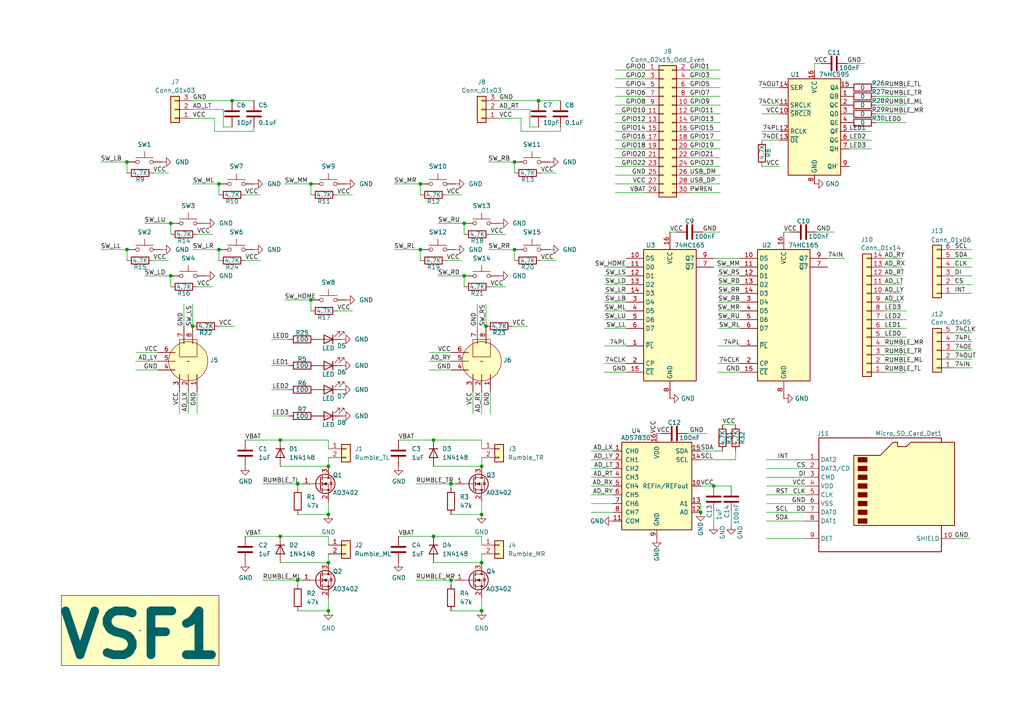
<source format=kicad_sch>
(kicad_sch (version 20231120) (generator "eeschema") (generator_version "8.0")
  (paper "A4")
  (lib_symbols
    (symbol "74xx:74HC165"
      (property "Reference" "U" (at -7.62 19.05 0))
      (property "Value" "74HC165" (at -7.62 -21.59 0))
      (symbol "74HC165_1_0"
        (pin input line (at -12.7 -10.16 0) (length 5.08) (name "~{PL}") (number "1"))
        (pin input line (at -12.7 15.24 0) (length 5.08) (name "DS") (number "10"))
        (pin input line (at -12.7 12.7 0) (length 5.08) (name "D0") (number "11"))
        (pin input line (at -12.7 10.16 0) (length 5.08) (name "D1") (number "12"))
        (pin input line (at -12.7 7.62 0) (length 5.08) (name "D2") (number "13"))
        (pin input line (at -12.7 5.08 0) (length 5.08) (name "D3") (number "14"))
        (pin input line (at -12.7 -17.78 0) (length 5.08) (name "~{CE}") (number "15"))
        (pin power_in line (at 0 22.86 270) (length 5.08) (name "VCC") (number "16"))
        (pin input line (at -12.7 -15.24 0) (length 5.08) (name "CP") (number "2"))
        (pin input line (at -12.7 2.54 0) (length 5.08) (name "D4") (number "3"))
        (pin input line (at -12.7 0 0) (length 5.08) (name "D5") (number "4"))
        (pin input line (at -12.7 -2.54 0) (length 5.08) (name "D6") (number "5"))
        (pin input line (at -12.7 -5.08 0) (length 5.08) (name "D7") (number "6"))
        (pin output line (at 12.7 12.7 180) (length 5.08) (name "~{Q7}") (number "7"))
        (pin power_in line (at 0 -25.4 90) (length 5.08) (name "GND") (number "8"))
        (pin output line (at 12.7 15.24 180) (length 5.08) (name "Q7") (number "9"))
      )
    )
    (symbol "74xx:74HC595"
      (property "Reference" "U" (at -7.62 13.97 0))
      (property "Value" "74HC595" (at -7.62 -16.51 0))
      (symbol "74HC595_1_0"
        (pin tri_state line (at 10.16 7.62 180) (length 2.54) (name "QB") (number "1"))
        (pin input line (at -10.16 2.54 0) (length 2.54) (name "~{SRCLR}") (number "10"))
        (pin input line (at -10.16 5.08 0) (length 2.54) (name "SRCLK") (number "11"))
        (pin input line (at -10.16 -2.54 0) (length 2.54) (name "RCLK") (number "12"))
        (pin input line (at -10.16 -5.08 0) (length 2.54) (name "~{OE}") (number "13"))
        (pin input line (at -10.16 10.16 0) (length 2.54) (name "SER") (number "14"))
        (pin tri_state line (at 10.16 10.16 180) (length 2.54) (name "QA") (number "15"))
        (pin power_in line (at 0 15.24 270) (length 2.54) (name "VCC") (number "16"))
        (pin tri_state line (at 10.16 5.08 180) (length 2.54) (name "QC") (number "2"))
        (pin tri_state line (at 10.16 2.54 180) (length 2.54) (name "QD") (number "3"))
        (pin tri_state line (at 10.16 0 180) (length 2.54) (name "QE") (number "4"))
        (pin tri_state line (at 10.16 -2.54 180) (length 2.54) (name "QF") (number "5"))
        (pin tri_state line (at 10.16 -5.08 180) (length 2.54) (name "QG") (number "6"))
        (pin tri_state line (at 10.16 -7.62 180) (length 2.54) (name "QH") (number "7"))
        (pin power_in line (at 0 -17.78 90) (length 2.54) (name "GND") (number "8"))
        (pin output line (at 10.16 -12.7 180) (length 2.54) (name "QH'") (number "9"))
      )
    )
    (symbol "Analog_DAC:ADS7830" (pin_names (offset 1.016))
      (property "Reference" "U" (at -10.16 13.716 0))
      (property "Value" "ADS7830" (at 1.778 13.716 0))
      (symbol "ADS7830_1_1"
        (pin input line (at -12.7 10.16 0) (length 2.54) (name "CH0") (number "1"))
        (pin bidirectional line (at 12.7 0 180) (length 2.54) (name "REFin/REFout") (number "10"))
        (pin input line (at -12.7 -10.16 0) (length 2.54) (name "COM") (number "11"))
        (pin input line (at 12.7 -7.62 180) (length 2.54) (name "A0") (number "12"))
        (pin input line (at 12.7 -5.08 180) (length 2.54) (name "A1") (number "13"))
        (pin input line (at 12.7 7.62 180) (length 2.54) (name "SCL") (number "14"))
        (pin bidirectional line (at 12.7 10.16 180) (length 2.54) (name "SDA") (number "15"))
        (pin power_in line (at 0 15.24 270) (length 2.54) (name "VDD") (number "16"))
        (pin input line (at -12.7 7.62 0) (length 2.54) (name "CH1") (number "2"))
        (pin input line (at -12.7 5.08 0) (length 2.54) (name "CH2") (number "3"))
        (pin input line (at -12.7 2.54 0) (length 2.54) (name "CH3") (number "4"))
        (pin input line (at -12.7 0 0) (length 2.54) (name "CH4") (number "5"))
        (pin input line (at -12.7 -2.54 0) (length 2.54) (name "CH5") (number "6"))
        (pin input line (at -12.7 -5.08 0) (length 2.54) (name "CH6") (number "7"))
        (pin input line (at -12.7 -7.62 0) (length 2.54) (name "CH7") (number "8"))
        (pin power_in line (at 0 -15.24 90) (length 2.54) (name "GND") (number "9"))
      )
    )
    (symbol "Connector:Micro_SD_Card_Det1"
      (property "Reference" "J" (at -16.51 17.78 0))
      (property "Value" "Micro_SD_Card_Det1" (at 16.51 17.78 0))
      (symbol "Micro_SD_Card_Det1_1_1"
        (pin bidirectional line (at -22.86 10.16 0) (length 3.81) (name "DAT2") (number "1"))
        (pin passive line (at 20.32 -12.7 180) (length 3.81) (name "SHIELD") (number "10"))
        (pin bidirectional line (at -22.86 7.62 0) (length 3.81) (name "DAT3/CD") (number "2"))
        (pin input line (at -22.86 5.08 0) (length 3.81) (name "CMD") (number "3"))
        (pin power_in line (at -22.86 2.54 0) (length 3.81) (name "VDD") (number "4"))
        (pin input line (at -22.86 0 0) (length 3.81) (name "CLK") (number "5"))
        (pin power_in line (at -22.86 -2.54 0) (length 3.81) (name "VSS") (number "6"))
        (pin bidirectional line (at -22.86 -5.08 0) (length 3.81) (name "DAT0") (number "7"))
        (pin bidirectional line (at -22.86 -7.62 0) (length 3.81) (name "DAT1") (number "8"))
        (pin passive line (at -22.86 -12.7 0) (length 3.81) (name "DET") (number "9"))
      )
    )
    (symbol "Connector_Generic:Conn_01x02" (pin_names (offset 1.016) hide)
      (property "Reference" "J" (at 0 2.54 0))
      (property "Value" "Conn_01x02" (at 0 -5.08 0))
      (symbol "Conn_01x02_1_1"
        (pin passive line (at -5.08 0 0) (length 3.81) (name "Pin_1") (number "1"))
        (pin passive line (at -5.08 -2.54 0) (length 3.81) (name "Pin_2") (number "2"))
      )
    )
    (symbol "Connector_Generic:Conn_01x03" (pin_names (offset 1.016) hide)
      (property "Reference" "J" (at 0 5.08 0))
      (property "Value" "Conn_01x03" (at 0 -5.08 0))
      (symbol "Conn_01x03_1_1"
        (pin passive line (at -5.08 2.54 0) (length 3.81) (name "Pin_1") (number "1"))
        (pin passive line (at -5.08 0 0) (length 3.81) (name "Pin_2") (number "2"))
        (pin passive line (at -5.08 -2.54 0) (length 3.81) (name "Pin_3") (number "3"))
      )
    )
    (symbol "Connector_Generic:Conn_01x05" (pin_names (offset 1.016) hide)
      (property "Reference" "J" (at 0 7.62 0))
      (property "Value" "Conn_01x05" (at 0 -7.62 0))
      (symbol "Conn_01x05_1_1"
        (pin passive line (at -5.08 5.08 0) (length 3.81) (name "Pin_1") (number "1"))
        (pin passive line (at -5.08 2.54 0) (length 3.81) (name "Pin_2") (number "2"))
        (pin passive line (at -5.08 0 0) (length 3.81) (name "Pin_3") (number "3"))
        (pin passive line (at -5.08 -2.54 0) (length 3.81) (name "Pin_4") (number "4"))
        (pin passive line (at -5.08 -5.08 0) (length 3.81) (name "Pin_5") (number "5"))
      )
    )
    (symbol "Connector_Generic:Conn_01x06" (pin_names (offset 1.016) hide)
      (property "Reference" "J" (at 0 7.62 0))
      (property "Value" "Conn_01x06" (at 0 -10.16 0))
      (symbol "Conn_01x06_1_1"
        (pin passive line (at -5.08 5.08 0) (length 3.81) (name "Pin_1") (number "1"))
        (pin passive line (at -5.08 2.54 0) (length 3.81) (name "Pin_2") (number "2"))
        (pin passive line (at -5.08 0 0) (length 3.81) (name "Pin_3") (number "3"))
        (pin passive line (at -5.08 -2.54 0) (length 3.81) (name "Pin_4") (number "4"))
        (pin passive line (at -5.08 -5.08 0) (length 3.81) (name "Pin_5") (number "5"))
        (pin passive line (at -5.08 -7.62 0) (length 3.81) (name "Pin_6") (number "6"))
      )
    )
    (symbol "Connector_Generic:Conn_01x14" (pin_names (offset 1.016) hide)
      (property "Reference" "J" (at 0 17.78 0))
      (property "Value" "Conn_01x14" (at 0 -20.32 0))
      (symbol "Conn_01x14_1_1"
        (pin passive line (at -5.08 15.24 0) (length 3.81) (name "Pin_1") (number "1"))
        (pin passive line (at -5.08 -7.62 0) (length 3.81) (name "Pin_10") (number "10"))
        (pin passive line (at -5.08 -10.16 0) (length 3.81) (name "Pin_11") (number "11"))
        (pin passive line (at -5.08 -12.7 0) (length 3.81) (name "Pin_12") (number "12"))
        (pin passive line (at -5.08 -15.24 0) (length 3.81) (name "Pin_13") (number "13"))
        (pin passive line (at -5.08 -17.78 0) (length 3.81) (name "Pin_14") (number "14"))
        (pin passive line (at -5.08 12.7 0) (length 3.81) (name "Pin_2") (number "2"))
        (pin passive line (at -5.08 10.16 0) (length 3.81) (name "Pin_3") (number "3"))
        (pin passive line (at -5.08 7.62 0) (length 3.81) (name "Pin_4") (number "4"))
        (pin passive line (at -5.08 5.08 0) (length 3.81) (name "Pin_5") (number "5"))
        (pin passive line (at -5.08 2.54 0) (length 3.81) (name "Pin_6") (number "6"))
        (pin passive line (at -5.08 0 0) (length 3.81) (name "Pin_7") (number "7"))
        (pin passive line (at -5.08 -2.54 0) (length 3.81) (name "Pin_8") (number "8"))
        (pin passive line (at -5.08 -5.08 0) (length 3.81) (name "Pin_9") (number "9"))
      )
    )
    (symbol "Connector_Generic:Conn_02x15_Odd_Even" (pin_names (offset 1.016) hide)
      (property "Reference" "J" (at 1.27 20.32 0))
      (property "Value" "Conn_02x15_Odd_Even" (at 1.27 -20.32 0))
      (symbol "Conn_02x15_Odd_Even_1_1"
        (pin passive line (at -5.08 17.78 0) (length 3.81) (name "Pin_1") (number "1"))
        (pin passive line (at 7.62 7.62 180) (length 3.81) (name "Pin_10") (number "10"))
        (pin passive line (at -5.08 5.08 0) (length 3.81) (name "Pin_11") (number "11"))
        (pin passive line (at 7.62 5.08 180) (length 3.81) (name "Pin_12") (number "12"))
        (pin passive line (at -5.08 2.54 0) (length 3.81) (name "Pin_13") (number "13"))
        (pin passive line (at 7.62 2.54 180) (length 3.81) (name "Pin_14") (number "14"))
        (pin passive line (at -5.08 0 0) (length 3.81) (name "Pin_15") (number "15"))
        (pin passive line (at 7.62 0 180) (length 3.81) (name "Pin_16") (number "16"))
        (pin passive line (at -5.08 -2.54 0) (length 3.81) (name "Pin_17") (number "17"))
        (pin passive line (at 7.62 -2.54 180) (length 3.81) (name "Pin_18") (number "18"))
        (pin passive line (at -5.08 -5.08 0) (length 3.81) (name "Pin_19") (number "19"))
        (pin passive line (at 7.62 17.78 180) (length 3.81) (name "Pin_2") (number "2"))
        (pin passive line (at 7.62 -5.08 180) (length 3.81) (name "Pin_20") (number "20"))
        (pin passive line (at -5.08 -7.62 0) (length 3.81) (name "Pin_21") (number "21"))
        (pin passive line (at 7.62 -7.62 180) (length 3.81) (name "Pin_22") (number "22"))
        (pin passive line (at -5.08 -10.16 0) (length 3.81) (name "Pin_23") (number "23"))
        (pin passive line (at 7.62 -10.16 180) (length 3.81) (name "Pin_24") (number "24"))
        (pin passive line (at -5.08 -12.7 0) (length 3.81) (name "Pin_25") (number "25"))
        (pin passive line (at 7.62 -12.7 180) (length 3.81) (name "Pin_26") (number "26"))
        (pin passive line (at -5.08 -15.24 0) (length 3.81) (name "Pin_27") (number "27"))
        (pin passive line (at 7.62 -15.24 180) (length 3.81) (name "Pin_28") (number "28"))
        (pin passive line (at -5.08 -17.78 0) (length 3.81) (name "Pin_29") (number "29"))
        (pin passive line (at -5.08 15.24 0) (length 3.81) (name "Pin_3") (number "3"))
        (pin passive line (at 7.62 -17.78 180) (length 3.81) (name "Pin_30") (number "30"))
        (pin passive line (at 7.62 15.24 180) (length 3.81) (name "Pin_4") (number "4"))
        (pin passive line (at -5.08 12.7 0) (length 3.81) (name "Pin_5") (number "5"))
        (pin passive line (at 7.62 12.7 180) (length 3.81) (name "Pin_6") (number "6"))
        (pin passive line (at -5.08 10.16 0) (length 3.81) (name "Pin_7") (number "7"))
        (pin passive line (at 7.62 10.16 180) (length 3.81) (name "Pin_8") (number "8"))
        (pin passive line (at -5.08 7.62 0) (length 3.81) (name "Pin_9") (number "9"))
      )
    )
    (symbol "Device:C" (pin_numbers hide) (pin_names (offset 0.254))
      (property "Reference" "C" (at 0.635 2.54 0))
      (property "Value" "C" (at 0.635 -2.54 0))
      (symbol "C_1_1"
        (pin passive line (at 0 3.81 270) (length 2.794) (name "~") (number "1"))
        (pin passive line (at 0 -3.81 90) (length 2.794) (name "~") (number "2"))
      )
    )
    (symbol "Device:D" (pin_numbers hide) (pin_names (offset 1.016) hide)
      (property "Reference" "D" (at 0 2.54 0))
      (property "Value" "D" (at 0 -2.54 0))
      (symbol "D_1_1"
        (pin passive line (at -3.81 0 0) (length 2.54) (name "K") (number "1"))
        (pin passive line (at 3.81 0 180) (length 2.54) (name "A") (number "2"))
      )
    )
    (symbol "Device:LED" (pin_numbers hide) (pin_names (offset 1.016) hide)
      (property "Reference" "D" (at 0 2.54 0))
      (property "Value" "LED" (at 0 -2.54 0))
      (symbol "LED_1_1"
        (pin passive line (at -3.81 0 0) (length 2.54) (name "K") (number "1"))
        (pin passive line (at 3.81 0 180) (length 2.54) (name "A") (number "2"))
      )
    )
    (symbol "Device:Q_NMOS_GSD" (pin_names (offset 0) hide)
      (property "Reference" "Q" (at 5.08 1.27 0))
      (property "Value" "Q_NMOS_GSD" (at 5.08 -1.27 0))
      (symbol "Q_NMOS_GSD_1_1"
        (pin input line (at -5.08 0 0) (length 2.54) (name "G") (number "1"))
        (pin passive line (at 2.54 -5.08 90) (length 2.54) (name "S") (number "2"))
        (pin passive line (at 2.54 5.08 270) (length 2.54) (name "D") (number "3"))
      )
    )
    (symbol "Device:R" (pin_numbers hide) (pin_names (offset 0))
      (property "Reference" "R" (at 2.032 0 90))
      (property "Value" "R" (at 0 0 90))
      (symbol "R_1_1"
        (pin passive line (at 0 3.81 270) (length 1.27) (name "~") (number "1"))
        (pin passive line (at 0 -3.81 90) (length 1.27) (name "~") (number "2"))
      )
    )
    (symbol "GND_1" (power) (pin_names (offset 0))
      (property "Value" "GND_1" (at 0 -3.81 0))
      (symbol "GND_1_1_1"
        (pin power_in line (at 0 0 270) (length 0) hide (name "GND") (number "1"))
      )
    )
    (symbol "JoyStick_1"
      (property "Reference" "J" (at -5.08 5.08 0))
      (symbol "JoyStick_1_1_1"
        (pin power_in line (at 2.54 -8.89 90) (length 5.08) (name "") (number "1"))
        (pin output line (at 0 -8.89 90) (length 5.08) (name "") (number "2"))
        (pin power_in line (at -2.54 -8.89 90) (length 5.08) (name "") (number "3"))
        (pin power_in line (at -8.89 -2.54 0) (length 5.08) (name "") (number "4"))
        (pin output line (at -8.89 0 0) (length 5.08) (name "") (number "5"))
        (pin power_in line (at -8.89 2.54 0) (length 5.08) (name "") (number "6"))
        (pin bidirectional line (at -1.27 10.16 270) (length 5.08) (name "") (number "7"))
        (pin bidirectional line (at 1.27 10.16 270) (length 5.08) (name "") (number "8"))
      )
    )
    (symbol "Switch:SW_Push" (pin_numbers hide) (pin_names (offset 1.016) hide)
      (property "Reference" "SW" (at 1.27 2.54 0))
      (property "Value" "SW_Push" (at 0 -1.524 0))
      (symbol "SW_Push_0_1"
        (pin passive line (at -5.08 0 0) (length 2.54) (name "1") (number "1"))
        (pin passive line (at 5.08 0 180) (length 2.54) (name "2") (number "2"))
      )
    )
    (symbol "VSF:JoyStick"
      (property "Reference" "J" (at -5.08 5.08 0))
      (symbol "JoyStick_1_1"
        (pin power_in line (at 2.54 -8.89 90) (length 5.08) (name "") (number "1"))
        (pin output line (at 0 -8.89 90) (length 5.08) (name "") (number "2"))
        (pin power_in line (at -2.54 -8.89 90) (length 5.08) (name "") (number "3"))
        (pin power_in line (at -8.89 -2.54 0) (length 5.08) (name "") (number "4"))
        (pin output line (at -8.89 0 0) (length 5.08) (name "") (number "5"))
        (pin power_in line (at -8.89 2.54 0) (length 5.08) (name "") (number "6"))
        (pin bidirectional line (at -1.27 10.16 270) (length 5.08) (name "") (number "7"))
        (pin bidirectional line (at 1.27 10.16 270) (length 5.08) (name "") (number "8"))
      )
    )
    (symbol "VSF:VSF"
      (property "Reference" "VSF" (at 0 0 0))
    )
    (symbol "VSF_1"
      (property "Reference" "VSF" (at 0 0 0))
    )
    (symbol "power:GND" (power) (pin_names (offset 0))
      (property "Value" "GND" (at 0 -3.81 0))
      (symbol "GND_1_1"
        (pin power_in line (at 0 0 270) (length 0) hide (name "GND") (number "1"))
      )
    )
  )
  (junction (at 121.92 53.34))
  (junction (at 63.5 53.34))
  (junction (at 95.25 163.195))
  (junction (at 67.31 29.21))
  (junction (at 149.225 46.99))
  (junction (at 95.25 135.255))
  (junction (at 139.7 163.195))
  (junction (at 156.21 29.21))
  (junction (at 49.53 80.01))
  (junction (at 130.81 168.275))
  (junction (at 125.73 155.575))
  (junction (at 81.28 155.575))
  (junction (at 55.88 94.615))
  (junction (at 140.97 94.615))
  (junction (at 134.62 64.77))
  (junction (at 121.92 72.39))
  (junction (at 95.25 149.225))
  (junction (at 207.01 140.97))
  (junction (at 139.7 135.255))
  (junction (at 149.225 72.39))
  (junction (at 125.73 127.635))
  (junction (at 36.83 46.99))
  (junction (at 36.83 72.39))
  (junction (at 203.2 148.59))
  (junction (at 139.7 149.225))
  (junction (at 86.36 140.335))
  (junction (at 81.28 127.635))
  (junction (at 63.5 72.39))
  (junction (at 134.62 80.01))
  (junction (at 139.7 177.165))
  (junction (at 49.53 64.77))
  (junction (at 90.17 53.34))
  (junction (at 86.36 168.275))
  (junction (at 95.25 177.165))
  (junction (at 130.81 140.335))
  (junction (at 90.17 86.995))
  (wire (pts (xy 207.01 74.93) (xy 214.63 74.93)))
  (wire (pts (xy 200.025 45.72) (xy 208.915 45.72)))
  (wire (pts (xy 212.09 148.59) (xy 212.09 152.4)))
  (wire (pts (xy 175.26 95.25) (xy 181.61 95.25)))
  (wire (pts (xy 44.45 50.165) (xy 48.895 50.165)))
  (wire (pts (xy 57.15 67.945) (xy 61.595 67.945)))
  (wire (pts (xy 36.83 72.39) (xy 36.83 75.565)))
  (wire (pts (xy 175.26 105.41) (xy 181.61 105.41)))
  (wire (pts (xy 222.25 146.05) (xy 233.68 146.05)))
  (wire (pts (xy 139.7 113.665) (xy 139.7 120.015)))
  (wire (pts (xy 41.91 64.77) (xy 49.53 64.77)))
  (wire (pts (xy 63.5 53.34) (xy 63.5 56.515)))
  (wire (pts (xy 171.45 138.43) (xy 177.8 138.43)))
  (wire (pts (xy 208.28 82.55) (xy 214.63 82.55)))
  (wire (pts (xy 130.81 168.275) (xy 130.81 169.545)))
  (wire (pts (xy 256.54 77.47) (xy 261.62 77.47)))
  (wire (pts (xy 127 64.77) (xy 134.62 64.77)))
  (wire (pts (xy 178.435 48.26) (xy 187.325 48.26)))
  (wire (pts (xy 207.01 148.59) (xy 207.01 152.4)))
  (wire (pts (xy 171.45 143.51) (xy 177.8 143.51)))
  (wire (pts (xy 39.37 102.235) (xy 45.72 102.235)))
  (wire (pts (xy 76.2 140.335) (xy 86.36 140.335)))
  (wire (pts (xy 78.74 98.425) (xy 83.82 98.425)))
  (wire (pts (xy 95.25 177.165) (xy 95.25 173.355)))
  (wire (pts (xy 95.25 127.635) (xy 81.28 127.635)))
  (wire (pts (xy 208.28 95.25) (xy 214.63 95.25)))
  (wire (pts (xy 55.88 29.21) (xy 67.31 29.21)))
  (wire (pts (xy 236.855 67.31) (xy 241.935 67.31)))
  (wire (pts (xy 200.025 22.86) (xy 208.915 22.86)))
  (wire (pts (xy 144.78 31.75) (xy 153.67 31.75)))
  (wire (pts (xy 256.54 92.71) (xy 262.89 92.71)))
  (wire (pts (xy 95.25 155.575) (xy 81.28 155.575)))
  (wire (pts (xy 208.28 100.33) (xy 214.63 100.33)))
  (wire (pts (xy 142.24 113.665) (xy 142.24 120.015)))
  (wire (pts (xy 71.12 75.565) (xy 75.565 75.565)))
  (wire (pts (xy 86.36 177.165) (xy 95.25 177.165)))
  (wire (pts (xy 53.34 88.265) (xy 53.34 94.615)))
  (wire (pts (xy 178.435 25.4) (xy 187.325 25.4)))
  (wire (pts (xy 39.37 107.315) (xy 45.72 107.315)))
  (wire (pts (xy 276.86 106.68) (xy 281.94 106.68)))
  (wire (pts (xy 162.56 38.1) (xy 162.56 36.83)))
  (wire (pts (xy 121.92 72.39) (xy 121.92 75.565)))
  (wire (pts (xy 134.62 80.01) (xy 134.62 83.185)))
  (wire (pts (xy 139.7 130.175) (xy 139.7 127.635)))
  (wire (pts (xy 178.435 22.86) (xy 187.325 22.86)))
  (wire (pts (xy 276.86 101.6) (xy 281.94 101.6)))
  (wire (pts (xy 220.98 25.4) (xy 226.06 25.4)))
  (wire (pts (xy 208.28 107.95) (xy 214.63 107.95)))
  (wire (pts (xy 149.225 72.39) (xy 149.225 75.565)))
  (wire (pts (xy 41.91 80.01) (xy 49.53 80.01)))
  (wire (pts (xy 236.22 18.415) (xy 238.125 18.415)))
  (wire (pts (xy 156.845 75.565) (xy 161.29 75.565)))
  (wire (pts (xy 245.745 18.415) (xy 250.825 18.415)))
  (wire (pts (xy 153.67 31.75) (xy 153.67 36.83)))
  (wire (pts (xy 246.38 38.1) (xy 252.73 38.1)))
  (wire (pts (xy 220.98 48.26) (xy 226.06 48.26)))
  (wire (pts (xy 144.78 29.21) (xy 156.21 29.21)))
  (wire (pts (xy 52.07 113.665) (xy 52.07 120.015)))
  (wire (pts (xy 120.65 140.335) (xy 130.81 140.335)))
  (wire (pts (xy 44.45 75.565) (xy 48.895 75.565)))
  (wire (pts (xy 139.7 127.635) (xy 125.73 127.635)))
  (wire (pts (xy 194.31 67.31) (xy 196.215 67.31)))
  (wire (pts (xy 200.025 48.26) (xy 208.915 48.26)))
  (wire (pts (xy 203.2 140.97) (xy 207.01 140.97)))
  (wire (pts (xy 203.835 67.31) (xy 208.915 67.31)))
  (wire (pts (xy 200.025 38.1) (xy 208.915 38.1)))
  (wire (pts (xy 63.5 94.615) (xy 67.945 94.615)))
  (wire (pts (xy 222.25 138.43) (xy 233.68 138.43)))
  (wire (pts (xy 208.28 105.41) (xy 214.63 105.41)))
  (wire (pts (xy 222.25 148.59) (xy 233.68 148.59)))
  (wire (pts (xy 86.36 140.335) (xy 86.36 141.605)))
  (wire (pts (xy 208.28 90.17) (xy 214.63 90.17)))
  (wire (pts (xy 236.22 18.415) (xy 236.22 20.32)))
  (wire (pts (xy 148.59 94.615) (xy 153.035 94.615)))
  (wire (pts (xy 200.025 50.8) (xy 208.915 50.8)))
  (wire (pts (xy 139.7 155.575) (xy 125.73 155.575)))
  (wire (pts (xy 73.66 38.1) (xy 73.66 36.83)))
  (wire (pts (xy 139.7 132.715) (xy 139.7 135.255)))
  (wire (pts (xy 36.83 46.99) (xy 36.83 50.165)))
  (wire (pts (xy 171.45 148.59) (xy 177.8 148.59)))
  (wire (pts (xy 276.86 99.06) (xy 281.94 99.06)))
  (wire (pts (xy 203.2 133.35) (xy 213.36 133.35)))
  (wire (pts (xy 130.81 149.225) (xy 139.7 149.225)))
  (wire (pts (xy 256.54 87.63) (xy 261.62 87.63)))
  (wire (pts (xy 138.43 88.265) (xy 138.43 94.615)))
  (wire (pts (xy 208.28 77.47) (xy 214.63 77.47)))
  (wire (pts (xy 220.98 33.02) (xy 226.06 33.02)))
  (wire (pts (xy 200.025 55.88) (xy 208.915 55.88)))
  (wire (pts (xy 222.25 143.51) (xy 233.68 143.51)))
  (wire (pts (xy 178.435 27.94) (xy 187.325 27.94)))
  (wire (pts (xy 153.67 36.83) (xy 156.21 36.83)))
  (wire (pts (xy 124.46 107.315) (xy 130.81 107.315)))
  (wire (pts (xy 29.21 72.39) (xy 36.83 72.39)))
  (wire (pts (xy 222.25 156.21) (xy 233.68 156.21)))
  (wire (pts (xy 203.2 146.05) (xy 203.2 148.59)))
  (wire (pts (xy 86.36 149.225) (xy 95.25 149.225)))
  (wire (pts (xy 175.26 77.47) (xy 181.61 77.47)))
  (wire (pts (xy 95.25 149.225) (xy 95.25 145.415)))
  (wire (pts (xy 200.025 53.34) (xy 208.915 53.34)))
  (wire (pts (xy 132.08 168.275) (xy 130.81 168.275)))
  (wire (pts (xy 208.28 87.63) (xy 214.63 87.63)))
  (wire (pts (xy 95.25 132.715) (xy 95.25 135.255)))
  (wire (pts (xy 95.25 155.575) (xy 95.25 158.115)))
  (wire (pts (xy 139.7 158.115) (xy 139.7 155.575)))
  (wire (pts (xy 254 30.48) (xy 262.89 30.48)))
  (wire (pts (xy 256.54 90.17) (xy 262.89 90.17)))
  (wire (pts (xy 55.88 53.34) (xy 63.5 53.34)))
  (wire (pts (xy 256.54 107.95) (xy 262.89 107.95)))
  (wire (pts (xy 115.57 127.635) (xy 125.73 127.635)))
  (wire (pts (xy 29.21 46.99) (xy 36.83 46.99)))
  (wire (pts (xy 254 27.94) (xy 262.89 27.94)))
  (wire (pts (xy 220.98 40.64) (xy 226.06 40.64)))
  (wire (pts (xy 175.26 107.95) (xy 181.61 107.95)))
  (wire (pts (xy 175.26 90.17) (xy 181.61 90.17)))
  (wire (pts (xy 124.46 104.775) (xy 130.81 104.775)))
  (wire (pts (xy 256.54 102.87) (xy 262.89 102.87)))
  (wire (pts (xy 276.86 85.09) (xy 281.94 85.09)))
  (wire (pts (xy 151.13 34.29) (xy 151.13 38.1)))
  (wire (pts (xy 276.86 82.55) (xy 281.94 82.55)))
  (wire (pts (xy 139.7 177.165) (xy 139.7 173.355)))
  (wire (pts (xy 144.78 34.29) (xy 151.13 34.29)))
  (wire (pts (xy 87.63 168.275) (xy 86.36 168.275)))
  (wire (pts (xy 67.31 29.21) (xy 73.66 29.21)))
  (wire (pts (xy 49.53 64.77) (xy 49.53 67.945)))
  (wire (pts (xy 178.435 20.32) (xy 187.325 20.32)))
  (wire (pts (xy 90.17 53.34) (xy 90.17 56.515)))
  (wire (pts (xy 178.435 45.72) (xy 187.325 45.72)))
  (wire (pts (xy 178.435 38.1) (xy 187.325 38.1)))
  (wire (pts (xy 203.2 130.81) (xy 209.55 130.81)))
  (wire (pts (xy 175.26 87.63) (xy 181.61 87.63)))
  (wire (pts (xy 178.435 55.88) (xy 187.325 55.88)))
  (wire (pts (xy 178.435 53.34) (xy 187.325 53.34)))
  (wire (pts (xy 139.7 149.225) (xy 139.7 145.415)))
  (wire (pts (xy 200.025 30.48) (xy 208.915 30.48)))
  (wire (pts (xy 142.24 83.185) (xy 146.685 83.185)))
  (wire (pts (xy 254 33.02) (xy 262.89 33.02)))
  (wire (pts (xy 137.16 113.665) (xy 137.16 120.015)))
  (wire (pts (xy 78.74 120.65) (xy 83.82 120.65)))
  (wire (pts (xy 256.54 85.09) (xy 261.62 85.09)))
  (wire (pts (xy 139.7 160.655) (xy 139.7 163.195)))
  (wire (pts (xy 171.45 135.89) (xy 177.8 135.89)))
  (wire (pts (xy 178.435 35.56) (xy 187.325 35.56)))
  (wire (pts (xy 256.54 95.25) (xy 262.89 95.25)))
  (wire (pts (xy 114.3 72.39) (xy 121.92 72.39)))
  (wire (pts (xy 200.025 43.18) (xy 208.915 43.18)))
  (wire (pts (xy 175.26 100.33) (xy 181.61 100.33)))
  (wire (pts (xy 49.53 80.01) (xy 49.53 83.185)))
  (wire (pts (xy 130.81 177.165) (xy 139.7 177.165)))
  (wire (pts (xy 246.38 43.18) (xy 252.73 43.18)))
  (wire (pts (xy 256.54 74.93) (xy 261.62 74.93)))
  (wire (pts (xy 129.54 56.515) (xy 133.985 56.515)))
  (wire (pts (xy 71.12 155.575) (xy 81.28 155.575)))
  (wire (pts (xy 127 80.01) (xy 134.62 80.01)))
  (wire (pts (xy 63.5 72.39) (xy 63.5 75.565)))
  (wire (pts (xy 254 25.4) (xy 262.89 25.4)))
  (wire (pts (xy 200.025 33.02) (xy 208.915 33.02)))
  (wire (pts (xy 200.025 25.4) (xy 208.915 25.4)))
  (wire (pts (xy 114.3 53.34) (xy 121.92 53.34)))
  (wire (pts (xy 178.435 30.48) (xy 187.325 30.48)))
  (wire (pts (xy 121.92 53.34) (xy 121.92 56.515)))
  (wire (pts (xy 175.26 80.01) (xy 181.61 80.01)))
  (wire (pts (xy 213.36 133.35) (xy 213.36 130.81)))
  (wire (pts (xy 90.17 86.995) (xy 90.17 90.17)))
  (wire (pts (xy 54.61 113.665) (xy 54.61 120.015)))
  (wire (pts (xy 62.23 38.1) (xy 73.66 38.1)))
  (wire (pts (xy 64.77 31.75) (xy 64.77 36.83)))
  (wire (pts (xy 97.79 90.17) (xy 102.235 90.17)))
  (wire (pts (xy 208.28 92.71) (xy 214.63 92.71)))
  (wire (pts (xy 276.86 96.52) (xy 281.94 96.52)))
  (wire (pts (xy 86.36 168.275) (xy 86.36 169.545)))
  (wire (pts (xy 140.97 88.265) (xy 140.97 94.615)))
  (wire (pts (xy 95.25 130.175) (xy 95.25 127.635)))
  (wire (pts (xy 276.86 80.01) (xy 281.94 80.01)))
  (wire (pts (xy 55.88 72.39) (xy 63.5 72.39)))
  (wire (pts (xy 76.2 168.275) (xy 86.36 168.275)))
  (wire (pts (xy 207.01 140.97) (xy 212.09 140.97)))
  (wire (pts (xy 240.03 74.93) (xy 245.11 74.93)))
  (wire (pts (xy 55.88 31.75) (xy 64.77 31.75)))
  (wire (pts (xy 55.88 34.29) (xy 62.23 34.29)))
  (wire (pts (xy 171.45 146.05) (xy 177.8 146.05)))
  (wire (pts (xy 62.23 34.29) (xy 62.23 38.1)))
  (wire (pts (xy 222.25 135.89) (xy 233.68 135.89)))
  (wire (pts (xy 222.25 151.13) (xy 233.68 151.13)))
  (wire (pts (xy 200.025 27.94) (xy 208.915 27.94)))
  (wire (pts (xy 276.86 156.21) (xy 281.305 156.21)))
  (wire (pts (xy 55.88 88.265) (xy 55.88 94.615)))
  (wire (pts (xy 141.605 46.99) (xy 149.225 46.99)))
  (wire (pts (xy 124.46 102.235) (xy 130.81 102.235)))
  (wire (pts (xy 151.13 38.1) (xy 162.56 38.1)))
  (wire (pts (xy 177.8 130.81) (xy 171.45 130.81)))
  (wire (pts (xy 256.54 82.55) (xy 261.62 82.55)))
  (wire (pts (xy 130.81 140.335) (xy 130.81 141.605)))
  (wire (pts (xy 115.57 155.575) (xy 125.73 155.575)))
  (wire (pts (xy 57.15 83.185) (xy 61.595 83.185)))
  (wire (pts (xy 141.605 72.39) (xy 149.225 72.39)))
  (wire (pts (xy 120.65 168.275) (xy 130.81 168.275)))
  (wire (pts (xy 220.98 30.48) (xy 226.06 30.48)))
  (wire (pts (xy 171.45 140.97) (xy 177.8 140.97)))
  (wire (pts (xy 256.54 80.01) (xy 261.62 80.01)))
  (wire (pts (xy 222.25 140.97) (xy 233.68 140.97)))
  (wire (pts (xy 227.33 67.31) (xy 229.235 67.31)))
  (wire (pts (xy 209.55 123.19) (xy 213.36 123.19)))
  (wire (pts (xy 178.435 40.64) (xy 187.325 40.64)))
  (wire (pts (xy 199.39 125.73) (xy 205.105 125.73)))
  (wire (pts (xy 95.25 163.195) (xy 81.28 163.195)))
  (wire (pts (xy 256.54 105.41) (xy 262.89 105.41)))
  (wire (pts (xy 71.12 127.635) (xy 81.28 127.635)))
  (wire (pts (xy 178.435 43.18) (xy 187.325 43.18)))
  (wire (pts (xy 156.845 50.165) (xy 161.29 50.165)))
  (wire (pts (xy 139.7 135.255) (xy 125.73 135.255)))
  (wire (pts (xy 175.26 92.71) (xy 181.61 92.71)))
  (wire (pts (xy 149.225 46.99) (xy 149.225 50.165)))
  (wire (pts (xy 132.08 140.335) (xy 130.81 140.335)))
  (wire (pts (xy 71.12 56.515) (xy 75.565 56.515)))
  (wire (pts (xy 208.28 80.01) (xy 214.63 80.01)))
  (wire (pts (xy 190.5 125.73) (xy 191.77 125.73)))
  (wire (pts (xy 78.74 113.03) (xy 83.82 113.03)))
  (wire (pts (xy 254 35.56) (xy 262.89 35.56)))
  (wire (pts (xy 87.63 140.335) (xy 86.36 140.335)))
  (wire (pts (xy 78.74 106.045) (xy 83.82 106.045)))
  (wire (pts (xy 246.38 40.64) (xy 252.73 40.64)))
  (wire (pts (xy 200.025 20.32) (xy 208.915 20.32)))
  (wire (pts (xy 222.25 133.35) (xy 233.68 133.35)))
  (wire (pts (xy 82.55 53.34) (xy 90.17 53.34)))
  (wire (pts (xy 220.98 38.1) (xy 226.06 38.1)))
  (wire (pts (xy 175.26 85.09) (xy 181.61 85.09)))
  (wire (pts (xy 95.25 135.255) (xy 81.28 135.255)))
  (wire (pts (xy 142.24 67.945) (xy 146.685 67.945)))
  (wire (pts (xy 200.025 40.64) (xy 208.915 40.64)))
  (wire (pts (xy 276.86 72.39) (xy 281.94 72.39)))
  (wire (pts (xy 200.025 35.56) (xy 208.915 35.56)))
  (wire (pts (xy 276.86 74.93) (xy 281.94 74.93)))
  (wire (pts (xy 171.45 133.35) (xy 177.8 133.35)))
  (wire (pts (xy 276.86 77.47) (xy 281.94 77.47)))
  (wire (pts (xy 95.25 160.655) (xy 95.25 163.195)))
  (wire (pts (xy 178.435 33.02) (xy 187.325 33.02)))
  (wire (pts (xy 129.54 75.565) (xy 133.985 75.565)))
  (wire (pts (xy 175.26 82.55) (xy 181.61 82.55)))
  (wire (pts (xy 134.62 64.77) (xy 134.62 67.945)))
  (wire (pts (xy 139.7 163.195) (xy 125.73 163.195)))
  (wire (pts (xy 276.86 104.14) (xy 281.94 104.14)))
  (wire (pts (xy 57.15 113.665) (xy 57.15 120.015)))
  (wire (pts (xy 64.77 36.83) (xy 67.31 36.83)))
  (wire (pts (xy 156.21 29.21) (xy 162.56 29.21)))
  (wire (pts (xy 82.55 86.995) (xy 90.17 86.995)))
  (wire (pts (xy 256.54 100.33) (xy 262.89 100.33)))
  (wire (pts (xy 208.28 85.09) (xy 214.63 85.09)))
  (wire (pts (xy 256.54 97.79) (xy 262.89 97.79)))
  (wire (pts (xy 39.37 104.775) (xy 45.72 104.775)))
  (wire (pts (xy 178.435 50.8) (xy 187.325 50.8)))
  (wire (pts (xy 97.79 56.515) (xy 102.235 56.515)))
  (label "AD_RT" (at 177.8 138.43 180))
  (label "74OUT" (at 276.86 104.14 0))
  (label "GPIO14" (at 187.325 38.1 180))
  (label "74PL" (at 226.06 38.1 180))
  (label "GPIO11" (at 200.025 33.02 0))
  (label "SW_MR" (at 214.63 90.17 180))
  (label "GPIO1" (at 200.025 20.32 0))
  (label "AD_LX" (at 256.54 87.63 0))
  (label "SW_LL" (at 29.21 72.39 0))
  (label "VBAT" (at 71.12 127.635 0))
  (label "SW_LU" (at 181.61 92.71 180))
  (label "SW_RL" (at 114.3 72.39 0))
  (label "GND" (at 138.43 94.615 90))
  (label "RUMBLE_ML" (at 256.54 105.41 0))
  (label "VBAT" (at 115.57 155.575 0))
  (label "LED0" (at 83.82 98.425 180))
  (label "74OE" (at 276.86 101.6 0))
  (label "GPIO5" (at 200.025 25.4 0))
  (label "VCC" (at 227.33 67.31 0))
  (label "GPIO23" (at 200.025 48.26 0))
  (label "74CLK" (at 214.63 105.41 180))
  (label "SW_LD" (at 181.61 82.55 180))
  (label "GPIO21" (at 200.025 45.72 0))
  (label "GPIO3" (at 200.025 22.86 0))
  (label "RUMBLE_MR" (at 256.54 100.33 0))
  (label "SCL" (at 276.86 72.39 0))
  (label "SW_RU" (at 214.63 92.71 180))
  (label "SW_HOME" (at 181.61 77.47 180))
  (label "VCC" (at 137.16 113.665 270))
  (label "VCC" (at 144.78 34.29 0))
  (label "GND" (at 245.745 18.415 0))
  (label "RUMBLE_TL" (at 256.54 107.95 0))
  (label "VCC" (at 45.72 102.235 180))
  (label "DO" (at 233.68 148.59 180))
  (label "74CLK" (at 226.06 30.48 180))
  (label "AD_RX" (at 177.8 140.97 180))
  (label "74PL" (at 214.63 100.33 180))
  (label "GND" (at 53.34 94.615 90))
  (label "PWREN" (at 200.025 55.88 0))
  (label "VCC" (at 194.31 67.31 0))
  (label "AD_RX" (at 256.54 77.47 0))
  (label "RUMBLE_MR" (at 120.65 168.275 0))
  (label "74IN" (at 276.86 106.68 0))
  (label "VCC" (at 71.12 75.565 0))
  (label "VCC" (at 130.81 102.235 180))
  (label "SW_RS" (at 214.63 80.01 180))
  (label "AD_RY" (at 177.8 143.51 180))
  (label "VCC" (at 190.5 125.73 90))
  (label "DI" (at 276.86 80.01 0))
  (label "VCC" (at 156.845 50.165 0))
  (label "AD_RX" (at 139.7 113.665 270))
  (label "74PL" (at 181.61 100.33 180))
  (label "VCC" (at 44.45 50.165 0))
  (label "GPIO8" (at 187.325 30.48 180))
  (label "GPIO12" (at 187.325 35.56 180))
  (label "VCC" (at 57.15 83.185 0))
  (label "VBAT" (at 71.12 155.575 0))
  (label "GPIO17" (at 200.025 40.64 0))
  (label "SW_ML" (at 181.61 90.17 180))
  (label "LED3" (at 83.82 120.65 180))
  (label "SW_MR" (at 114.3 53.34 0))
  (label "GPIO19" (at 200.025 43.18 0))
  (label "CS" (at 276.86 82.55 0))
  (label "SCL" (at 203.2 133.35 0))
  (label "GPIO16" (at 187.325 40.64 180))
  (label "VCC" (at 233.68 140.97 180))
  (label "74CLK" (at 276.86 96.52 0))
  (label "VCC" (at 156.845 75.565 0))
  (label "GPIO15" (at 200.025 38.1 0))
  (label "AD_LT" (at 177.8 135.89 180))
  (label "GND" (at 45.72 107.315 180))
  (label "VCC" (at 236.22 18.415 0))
  (label "SW_LD" (at 41.91 80.01 0))
  (label "RUMBLE_ML" (at 256.54 30.48 0))
  (label "SW_LR" (at 55.88 72.39 0))
  (label "GPIO2" (at 187.325 22.86 180))
  (label "VCC" (at 222.25 48.26 0))
  (label "SW_RD" (at 127 80.01 0))
  (label "GND" (at 187.325 50.8 180))
  (label "VBAT" (at 187.325 55.88 180))
  (label "RUMBLE_MR" (at 256.54 33.02 0))
  (label "74OUT" (at 226.06 25.4 180))
  (label "VCC" (at 142.24 67.945 0))
  (label "GND" (at 236.855 67.31 0))
  (label "SW_RL" (at 214.63 95.25 180))
  (label "SW_RU" (at 127 64.77 0))
  (label "AD_LX" (at 177.8 130.81 180))
  (label "74CLK" (at 181.61 105.41 180))
  (label "GND" (at 142.24 113.665 270))
  (label "SW_RS" (at 140.97 94.615 90))
  (label "LED0" (at 256.54 97.79 0))
  (label "SW_LB" (at 29.21 46.99 0))
  (label "SW_RB" (at 214.63 87.63 180))
  (label "VCC" (at 55.88 34.29 0))
  (label "GND" (at 130.81 107.315 180))
  (label "AD_RY" (at 130.81 104.775 180))
  (label "AD_LT" (at 256.54 82.55 0))
  (label "GPIO10" (at 187.325 33.02 180))
  (label "SW_LB" (at 181.61 87.63 180))
  (label "LED2" (at 256.54 92.71 0))
  (label "SW_RB" (at 141.605 46.99 0))
  (label "GND" (at 203.835 67.31 0))
  (label "SDA" (at 276.86 74.93 0))
  (label "VCC" (at 129.54 56.515 0))
  (label "VCC" (at 226.06 33.02 180))
  (label "74OE" (at 226.06 40.64 180))
  (label "AD_LY" (at 256.54 85.09 0))
  (label "SW_LS" (at 55.88 94.615 90))
  (label "VCC" (at 71.12 56.515 0))
  (label "AD_RT" (at 144.78 31.75 0))
  (label "AD_LY" (at 177.8 133.35 180))
  (label "GND" (at 276.86 156.21 0))
  (label "GND" (at 55.88 29.21 0))
  (label "VCC" (at 190.5 125.73 0))
  (label "SW_ML" (at 55.88 53.34 0))
  (label "LED1" (at 246.38 38.1 0))
  (label "VCC" (at 57.15 67.945 0))
  (label "RUMBLE_TL" (at 256.54 25.4 0))
  (label "VCC" (at 187.325 53.34 180))
  (label "SW_RR" (at 214.63 85.09 180))
  (label "RUMBLE_TR" (at 256.54 27.94 0))
  (label "LED3" (at 256.54 90.17 0))
  (label "SW_LL" (at 181.61 95.25 180))
  (label "SW_RR" (at 141.605 72.39 0))
  (label "GND" (at 144.78 29.21 0))
  (label "VCC" (at 97.79 56.515 0))
  (label "GPIO20" (at 187.325 45.72 180))
  (label "GND" (at 200.025 125.73 0))
  (label "VCC" (at 52.07 113.665 270))
  (label "LED2" (at 83.82 113.03 180))
  (label "USB_DP" (at 200.025 53.34 0))
  (label "GPIO9" (at 200.025 30.48 0))
  (label "SW_MM" (at 214.63 77.47 180))
  (label "RUMBLE_TR" (at 120.65 140.335 0))
  (label "VCC" (at 203.2 140.97 0))
  (label "74IN" (at 240.03 74.93 0))
  (label "CS" (at 233.68 135.89 180))
  (label "CLK" (at 233.68 143.51 180))
  (label "SCL" (at 228.6 148.59 180))
  (label "GPIO7" (at 200.025 27.94 0))
  (label "VCC" (at 142.24 83.185 0))
  (label "74PL" (at 276.86 99.06 0))
  (label "VCC" (at 44.45 75.565 0))
  (label "GND" (at 214.63 107.95 180))
  (label "SW_MM" (at 82.55 53.34 0))
  (label "SW_LR" (at 181.61 85.09 180))
  (label "VCC" (at 63.5 94.615 0))
  (label "GPIO4" (at 187.325 25.4 180))
  (label "GPIO13" (at 200.025 35.56 0))
  (label "GPIO6" (at 187.325 27.94 180))
  (label "VCC" (at 209.55 123.19 0))
  (label "CLK" (at 276.86 77.47 0))
  (label "GPIO22" (at 187.325 48.26 180))
  (label "AD_RT" (at 256.54 80.01 0))
  (label "INT" (at 228.6 133.35 180))
  (label "AD_LT" (at 55.88 31.75 0))
  (label "RST" (at 228.6 143.51 180))
  (label "VBAT" (at 115.57 127.635 0))
  (label "SDA" (at 203.2 130.81 0))
  (label "GND" (at 233.68 146.05 180))
  (label "RUMBLE_TR" (at 256.54 102.87 0))
  (label "RUMBLE_TL" (at 76.2 140.335 0))
  (label "SW_RD" (at 214.63 82.55 180))
  (label "SW_LS" (at 181.61 80.01 180))
  (label "INT" (at 276.86 85.09 0))
  (label "RUMBLE_ML" (at 76.2 168.275 0))
  (label "LED1" (at 83.82 106.045 180))
  (label "LED1" (at 256.54 95.25 0))
  (label "AD_RY" (at 256.54 74.93 0))
  (label "DI" (at 233.68 138.43 180))
  (label "LED0" (at 256.54 35.56 0))
  (label "USB_DM" (at 200.025 50.8 0))
  (label "AD_LY" (at 45.72 104.775 180))
  (label "GND" (at 181.61 107.95 180))
  (label "GPIO0" (at 187.325 20.32 180))
  (label "AD_LX" (at 54.61 113.665 270))
  (label "GND" (at 57.15 113.665 270))
  (label "VCC" (at 97.79 90.17 0))
  (label "LED3" (at 246.38 43.18 0))
  (label "VCC" (at 148.59 94.615 0))
  (label "SDA" (at 228.6 151.13 180))
  (label "GPIO18" (at 187.325 43.18 180))
  (label "VCC" (at 129.54 75.565 0))
  (label "SW_HOME" (at 82.55 86.995 0))
  (label "SW_LU" (at 41.91 64.77 0))
  (label "LED2" (at 246.38 40.64 0))
  (symbol (lib_id "Device:R") (at 87.63 98.425 90) (unit 1)
    (property "Reference" "R25" (at 87.63 96.52 90))
    (property "Value" "100" (at 87.63 98.425 90))
    (property "Footprint" "Resistor_SMD:R_0402_1005Metric" (effects (hide yes)))
  )
  (symbol (lib_id "Switch:SW_Push") (at 41.91 72.39 0) (unit 1)
    (property "Reference" "SW2" (at 41.91 67.31 0))
    (property "Value" "SW_Push" (effects (hide yes)))
    (property "Footprint" "Button_Switch_SMD:SW_Push_1P1T_NO_6x6mm_H9.5mm" (effects (hide yes)))
  )
  (symbol (lib_name "GND_1") (lib_id "power:GND") (at 236.22 53.34 90) (unit 1)
    (property "Reference" "#PWR027" (effects (hide yes)))
    (property "Value" "GND" (at 239.395 53.34 90) (effects (justify right)))
  )
  (symbol (lib_id "Device:R") (at 87.63 113.03 90) (unit 1)
    (property "Reference" "R6" (at 87.63 111.125 90))
    (property "Value" "100" (at 87.63 113.03 90))
    (property "Footprint" "Resistor_SMD:R_0402_1005Metric" (effects (hide yes)))
  )
  (symbol (lib_id "Switch:SW_Push") (at 154.305 46.99 0) (unit 1)
    (property "Reference" "SW11" (at 154.305 41.91 0))
    (property "Value" "SW_Push" (effects (hide yes)))
    (property "Footprint" "Button_Switch_THT:SW_Tactile_SPST_Angled_PTS645Vx58-2LFS" (effects (hide yes)))
  )
  (symbol (lib_id "Switch:SW_Push") (at 139.7 64.77 0) (unit 1)
    (property "Reference" "SW13" (at 139.7 59.69 0))
    (property "Value" "SW_Push" (effects (hide yes)))
    (property "Footprint" "Button_Switch_SMD:SW_Push_1P1T_NO_6x6mm_H9.5mm" (effects (hide yes)))
  )
  (symbol (lib_name "GND_1") (lib_id "power:GND") (at 203.2 148.59 0) (unit 1)
    (property "Reference" "#PWR029" (effects (hide yes)))
    (property "Value" "GND" (at 203.2 151.384 90) (effects (justify right)))
  )
  (symbol (lib_id "Device:R") (at 250.19 33.02 90) (unit 1)
    (property "Reference" "R29" (at 254.762 31.75 90))
    (property "Value" "0" (at 250.19 33.02 90))
    (property "Footprint" "Resistor_SMD:R_0402_1005Metric" (effects (hide yes)))
  )
  (symbol (lib_id "Device:Q_NMOS_GSD") (at 137.16 140.335 0) (unit 1)
    (property "Reference" "Q3" (at 140.97 137.795 0) (effects (justify left)))
    (property "Value" "AO3402" (at 140.97 142.875 0) (effects (justify left)))
    (property "Footprint" "Package_TO_SOT_SMD:SOT-23" (effects (hide yes)))
  )
  (symbol (lib_id "power:GND") (at 144.78 80.01 90) (unit 1)
    (property "Reference" "#PWR022" (effects (hide yes)))
    (property "Value" "GND" (at 148.59 80.0099 90) (effects (justify right)))
  )
  (symbol (lib_id "Device:R") (at 138.43 67.945 90) (unit 1)
    (property "Reference" "R18" (at 138.43 69.85 90))
    (property "Value" "4.7K" (at 138.43 67.945 90))
    (property "Footprint" "Resistor_SMD:R_0402_1005Metric" (effects (hide yes)))
  )
  (symbol (lib_id "power:GND") (at 71.12 135.255 0) (unit 1)
    (property "Reference" "#PWR01" (effects (hide yes)))
    (property "Value" "GND" (at 71.247 139.6492 0))
  )
  (symbol (lib_id "Device:C") (at 115.57 131.445 0) (unit 1)
    (property "Reference" "C3" (at 119.38 130.1749 0) (effects (justify left)))
    (property "Value" "1uF" (at 119.38 132.7149 0) (effects (justify left)))
    (property "Footprint" "Capacitor_SMD:C_0402_1005Metric" (effects (hide yes)))
  )
  (symbol (lib_id "Connector_Generic:Conn_01x02") (at 100.33 130.175 0) (unit 1)
    (property "Reference" "J1" (at 102.87 130.1749 0) (effects (justify left)))
    (property "Value" "Rumble_TL" (at 102.87 132.7149 0) (effects (justify left)))
    (property "Footprint" "Connector_PinHeader_2.54mm:PinHeader_1x02_P2.54mm_Vertical" (effects (hide yes)))
  )
  (symbol (lib_id "Device:R") (at 220.98 44.45 0) (unit 1)
    (property "Reference" "R8" (at 222.885 45.72 90) (effects (justify left)))
    (property "Value" "4.7K" (at 220.98 46.355 90) (effects (justify left)))
    (property "Footprint" "Resistor_SMD:R_0402_1005Metric" (effects (hide yes)))
  )
  (symbol (lib_id "Device:D") (at 125.73 131.445 270) (unit 1)
    (property "Reference" "D3" (at 128.27 130.1749 90) (effects (justify left)))
    (property "Value" "1N4148" (at 128.27 132.7149 90) (effects (justify left)))
    (property "Footprint" "Diode_SMD:D_SOD-323_HandSoldering" (effects (hide yes)))
  )
  (symbol (lib_id "power:GND") (at 99.06 98.425 90) (unit 1)
    (property "Reference" "#PWR028" (effects (hide yes)))
    (property "Value" "GND" (at 102.87 98.4249 90) (effects (justify right)))
  )
  (symbol (lib_id "Device:C") (at 162.56 33.02 0) (unit 1)
    (property "Reference" "C8" (at 163.83 30.48 0) (effects (justify left)))
    (property "Value" "0.1uF" (at 163.83 35.56 0) (effects (justify left)))
    (property "Footprint" "Capacitor_SMD:C_0402_1005Metric" (effects (hide yes)))
  )
  (symbol (lib_id "Device:R") (at 250.19 30.48 90) (unit 1)
    (property "Reference" "R28" (at 254.762 29.21 90))
    (property "Value" "0" (at 250.19 30.48 90))
    (property "Footprint" "Resistor_SMD:R_0402_1005Metric" (effects (hide yes)))
  )
  (symbol (lib_id "Connector_Generic:Conn_01x02") (at 144.78 158.115 0) (unit 1)
    (property "Reference" "J4" (at 147.32 158.1149 0) (effects (justify left)))
    (property "Value" "Rumble_MR" (at 147.32 160.6549 0) (effects (justify left)))
    (property "Footprint" "Connector_PinHeader_2.54mm:PinHeader_1x02_P2.54mm_Vertical" (effects (hide yes)))
  )
  (symbol (lib_id "Device:C") (at 73.66 33.02 0) (unit 1)
    (property "Reference" "C5" (at 74.93 30.48 0) (effects (justify left)))
    (property "Value" "0.1uF" (at 74.93 35.56 0) (effects (justify left)))
    (property "Footprint" "Capacitor_SMD:C_0402_1005Metric" (effects (hide yes)))
  )
  (symbol (lib_id "Switch:SW_Push") (at 127 53.34 0) (unit 1)
    (property "Reference" "SW10" (at 127 48.26 0))
    (property "Value" "SW_Push" (effects (hide yes)))
    (property "Footprint" "Button_Switch_SMD:SW_Push_1P1T_NO_6x6mm_H9.5mm" (effects (hide yes)))
  )
  (symbol (lib_id "Device:C") (at 115.57 159.385 0) (unit 1)
    (property "Reference" "C4" (at 119.38 158.1149 0) (effects (justify left)))
    (property "Value" "1uF" (at 119.38 160.6549 0) (effects (justify left)))
    (property "Footprint" "Capacitor_SMD:C_0402_1005Metric" (effects (hide yes)))
  )
  (symbol (lib_id "power:GND") (at 59.69 80.01 90) (unit 1)
    (property "Reference" "#PWR012" (effects (hide yes)))
    (property "Value" "GND" (at 63.5 80.0099 90) (effects (justify right)))
  )
  (symbol (lib_id "Switch:SW_Push") (at 154.305 72.39 0) (unit 1)
    (property "Reference" "SW15" (at 154.305 67.31 0))
    (property "Value" "SW_Push" (effects (hide yes)))
    (property "Footprint" "Button_Switch_SMD:SW_Push_1P1T_NO_6x6mm_H9.5mm" (effects (hide yes)))
  )
  (symbol (lib_id "Connector_Generic:Conn_01x02") (at 100.33 158.115 0) (unit 1)
    (property "Reference" "J2" (at 102.87 158.1149 0) (effects (justify left)))
    (property "Value" "Rumble_ML" (at 102.87 160.6549 0) (effects (justify left)))
    (property "Footprint" "Connector_PinHeader_2.54mm:PinHeader_1x02_P2.54mm_Vertical" (effects (hide yes)))
  )
  (symbol (lib_id "power:GND") (at 159.385 46.99 90) (unit 1)
    (property "Reference" "#PWR019" (effects (hide yes)))
    (property "Value" "GND" (at 163.195 46.9899 90) (effects (justify right)))
  )
  (symbol (lib_id "Device:R") (at 125.73 75.565 90) (unit 1)
    (property "Reference" "R19" (at 125.73 77.47 90))
    (property "Value" "4.7K" (at 125.73 75.565 90))
    (property "Footprint" "Resistor_SMD:R_0402_1005Metric" (effects (hide yes)))
  )
  (symbol (lib_id "Switch:SW_Push") (at 41.91 46.99 0) (unit 1)
    (property "Reference" "SW1" (at 41.91 41.91 0))
    (property "Value" "SW_Push" (effects (hide yes)))
    (property "Footprint" "Button_Switch_THT:SW_Tactile_SPST_Angled_PTS645Vx58-2LFS" (effects (hide yes)))
  )
  (symbol (lib_id "power:GND") (at 139.7 149.225 0) (unit 1)
    (property "Reference" "#PWR07" (effects (hide yes)))
    (property "Value" "GND" (at 139.7 154.305 0))
  )
  (symbol (lib_id "Device:Q_NMOS_GSD") (at 137.16 168.275 0) (unit 1)
    (property "Reference" "Q4" (at 140.97 165.735 0) (effects (justify left)))
    (property "Value" "AO3402" (at 140.97 170.815 0) (effects (justify left)))
    (property "Footprint" "Package_TO_SOT_SMD:SOT-23" (effects (hide yes)))
  )
  (symbol (lib_id "power:GND") (at 46.99 46.99 90) (unit 1)
    (property "Reference" "#PWR09" (effects (hide yes)))
    (property "Value" "GND" (at 50.8 46.9899 90) (effects (justify right)))
  )
  (symbol (lib_id "Device:R") (at 87.63 106.045 90) (unit 1)
    (property "Reference" "R5" (at 87.63 104.14 90))
    (property "Value" "100" (at 87.63 106.045 90))
    (property "Footprint" "Resistor_SMD:R_0402_1005Metric" (effects (hide yes)))
  )
  (symbol (lib_id "Connector_Generic:Conn_02x15_Odd_Even") (at 192.405 38.1 0) (unit 1)
    (property "Reference" "J9" (at 193.675 14.9057 0))
    (property "Value" "Conn_02x15_Odd_Even" (at 193.675 17.3299 0))
    (property "Footprint" "VSF:PinSocket_2x15_P2.54mm_Horizontal_2Layer" (effects (hide yes)))
  )
  (symbol (lib_id "Device:R") (at 250.19 35.56 90) (unit 1)
    (property "Reference" "R30" (at 254.762 34.29 90))
    (property "Value" "0" (at 250.19 35.56 90))
    (property "Footprint" "Resistor_SMD:R_0402_1005Metric" (effects (hide yes)))
  )
  (symbol (lib_id "Device:R") (at 53.34 83.185 90) (unit 1)
    (property "Reference" "R16" (at 53.34 85.09 90))
    (property "Value" "4.7K" (at 53.34 83.185 90))
    (property "Footprint" "Resistor_SMD:R_0402_1005Metric" (effects (hide yes)))
  )
  (symbol (lib_id "Device:C") (at 200.025 67.31 90) (unit 1)
    (property "Reference" "C9" (at 200.025 64.135 90))
    (property "Value" "100nF" (at 204.47 68.58 90))
    (property "Footprint" "Capacitor_SMD:C_0402_1005Metric" (effects (hide yes)))
  )
  (symbol (lib_id "Device:R") (at 87.63 120.65 90) (unit 1)
    (property "Reference" "R7" (at 87.63 118.745 90))
    (property "Value" "100" (at 87.63 120.65 90))
    (property "Footprint" "Resistor_SMD:R_0402_1005Metric" (effects (hide yes)))
  )
  (symbol (lib_id "Device:R") (at 125.73 56.515 90) (unit 1)
    (property "Reference" "R12" (at 125.73 58.42 90))
    (property "Value" "4.7K" (at 125.73 56.515 90))
    (property "Footprint" "Resistor_SMD:R_0402_1005Metric" (effects (hide yes)))
  )
  (symbol (lib_id "power:GND") (at 99.06 120.65 90) (unit 1)
    (property "Reference" "#PWR031" (effects (hide yes)))
    (property "Value" "GND" (at 102.87 120.6499 90) (effects (justify right)))
  )
  (symbol (lib_id "Device:D") (at 125.73 159.385 270) (unit 1)
    (property "Reference" "D4" (at 128.27 158.1149 90) (effects (justify left)))
    (property "Value" "1N4148" (at 128.27 160.6549 90) (effects (justify left)))
    (property "Footprint" "Diode_SMD:D_SOD-323_HandSoldering" (effects (hide yes)))
  )
  (symbol (lib_id "power:GND") (at 100.33 86.995 90) (unit 1)
    (property "Reference" "#PWR016" (effects (hide yes)))
    (property "Value" "GND" (at 104.14 86.9949 90) (effects (justify right)))
  )
  (symbol (lib_id "Switch:SW_Push") (at 54.61 64.77 0) (unit 1)
    (property "Reference" "SW3" (at 54.61 59.69 0))
    (property "Value" "SW_Push" (effects (hide yes)))
    (property "Footprint" "Button_Switch_SMD:SW_Push_1P1T_NO_6x6mm_H9.5mm" (effects (hide yes)))
  )
  (symbol (lib_id "Device:LED") (at 95.25 106.045 180) (unit 1)
    (property "Reference" "D6" (at 99.06 107.95 0))
    (property "Value" "LED" (at 95.25 108.585 0))
    (property "Footprint" "LED_SMD:LED_0805_2012Metric" (effects (hide yes)))
  )
  (symbol (lib_id "Connector_Generic:Conn_01x05") (at 271.78 101.6 180) (unit 1)
    (property "Reference" "J12" (at 271.78 91.1055 0))
    (property "Value" "Conn_01x05" (at 275.844 93.472 0))
    (property "Footprint" "Connector_PinHeader_2.54mm:PinHeader_1x05_P2.54mm_Vertical" (effects (hide yes)))
    (property "Description" "Generic connector, single row, 01x05, script generated (kicad-library-utils/schlib/autogen/connector/)" (effects (hide yes)))
  )
  (symbol (lib_id "power:GND") (at 115.57 163.195 0) (unit 1)
    (property "Reference" "#PWR06" (effects (hide yes)))
    (property "Value" "GND" (at 115.697 167.5892 0))
  )
  (symbol (lib_id "Device:R") (at 93.98 56.515 90) (unit 1)
    (property "Reference" "R11" (at 93.98 58.42 90))
    (property "Value" "4.7K" (at 93.98 56.515 90))
    (property "Footprint" "Resistor_SMD:R_0402_1005Metric" (effects (hide yes)))
  )
  (symbol (lib_id "Switch:SW_Push") (at 68.58 72.39 0) (unit 1)
    (property "Reference" "SW6" (at 68.58 67.31 0))
    (property "Value" "SW_Push" (effects (hide yes)))
    (property "Footprint" "Button_Switch_SMD:SW_Push_1P1T_NO_6x6mm_H9.5mm" (effects (hide yes)))
  )
  (symbol (lib_id "power:GND") (at 159.385 72.39 90) (unit 1)
    (property "Reference" "#PWR023" (effects (hide yes)))
    (property "Value" "GND" (at 163.195 72.3899 90) (effects (justify right)))
  )
  (symbol (lib_id "power:GND") (at 132.08 72.39 90) (unit 1)
    (property "Reference" "#PWR020" (effects (hide yes)))
    (property "Value" "GND" (at 135.89 72.3899 90) (effects (justify right)))
  )
  (symbol (lib_id "power:GND") (at 95.25 177.165 0) (unit 1)
    (property "Reference" "#PWR04" (effects (hide yes)))
    (property "Value" "GND" (at 95.25 182.245 0))
  )
  (symbol (lib_id "74xx:74HC165") (at 194.31 90.17 0) (unit 1)
    (property "Reference" "U3" (at 187.325 71.12 0) (effects (justify left)))
    (property "Value" "74HC165" (at 195.58 71.12 0) (effects (justify left)))
    (property "Footprint" "Package_SO:SOP-16_3.9x9.9mm_P1.27mm" (effects (hide yes)))
    (property "Datasheet" "https://assets.nexperia.com/documents/data-sheet/74HC_HCT165.pdf" (effects (hide yes)))
  )
  (symbol (lib_id "Device:R") (at 250.19 27.94 90) (unit 1)
    (property "Reference" "R27" (at 254.762 26.67 90))
    (property "Value" "0" (at 250.19 27.94 90))
    (property "Footprint" "Resistor_SMD:R_0402_1005Metric" (effects (hide yes)))
  )
  (symbol (lib_id "Device:R") (at 138.43 83.185 90) (unit 1)
    (property "Reference" "R21" (at 138.43 85.09 90))
    (property "Value" "4.7K" (at 138.43 83.185 90))
    (property "Footprint" "Resistor_SMD:R_0402_1005Metric" (effects (hide yes)))
  )
  (symbol (lib_id "power:GND") (at 99.06 106.045 90) (unit 1)
    (property "Reference" "#PWR013" (effects (hide yes)))
    (property "Value" "GND" (at 102.87 106.0449 90) (effects (justify right)))
  )
  (symbol (lib_id "Device:LED") (at 95.25 113.03 180) (unit 1)
    (property "Reference" "D7" (at 99.06 114.935 0))
    (property "Value" "LED" (at 95.25 115.57 0))
    (property "Footprint" "LED_SMD:LED_0805_2012Metric" (effects (hide yes)))
  )
  (symbol (lib_id "Device:R") (at 209.55 127 180) (unit 1)
    (property "Reference" "R31" (at 211.455 127 90))
    (property "Value" "4.7K" (at 209.55 127 90))
    (property "Footprint" "Resistor_SMD:R_0402_1005Metric" (effects (hide yes)))
  )
  (symbol (lib_id "Connector_Generic:Conn_01x02") (at 144.78 130.175 0) (unit 1)
    (property "Reference" "J3" (at 147.32 130.1749 0) (effects (justify left)))
    (property "Value" "Rumble_TR" (at 147.32 132.7149 0) (effects (justify left)))
    (property "Footprint" "Connector_PinHeader_2.54mm:PinHeader_1x02_P2.54mm_Vertical" (effects (hide yes)))
  )
  (symbol (lib_id "Connector_Generic:Conn_01x03") (at 139.7 31.75 180) (unit 1)
    (property "Reference" "J8" (at 139.7 23.7957 0))
    (property "Value" "Conn_01x03" (at 139.7 26.2199 0))
    (property "Footprint" "Connector_PinHeader_2.54mm:PinHeader_1x03_P2.54mm_Vertical" (effects (hide yes)))
  )
  (symbol (lib_id "Switch:SW_Push") (at 127 72.39 0) (unit 1)
    (property "Reference" "SW12" (at 127 67.31 0))
    (property "Value" "SW_Push" (effects (hide yes)))
    (property "Footprint" "Button_Switch_SMD:SW_Push_1P1T_NO_6x6mm_H9.5mm" (effects (hide yes)))
  )
  (symbol (lib_id "Device:R") (at 153.035 50.165 90) (unit 1)
    (property "Reference" "R13" (at 153.035 52.07 90))
    (property "Value" "4.7K" (at 153.035 50.165 90))
    (property "Footprint" "Resistor_SMD:R_0402_1005Metric" (effects (hide yes)))
  )
  (symbol (lib_id "Device:D") (at 81.28 159.385 270) (unit 1)
    (property "Reference" "D2" (at 83.82 158.1149 90) (effects (justify left)))
    (property "Value" "1N4148" (at 83.82 160.6549 90) (effects (justify left)))
    (property "Footprint" "Diode_SMD:D_SOD-323_HandSoldering" (effects (hide yes)))
  )
  (symbol (lib_id "power:GND") (at 144.78 64.77 90) (unit 1)
    (property "Reference" "#PWR021" (effects (hide yes)))
    (property "Value" "GND" (at 148.59 64.7699 90) (effects (justify right)))
  )
  (symbol (lib_id "Device:R") (at 67.31 56.515 90) (unit 1)
    (property "Reference" "R10" (at 67.31 58.42 90))
    (property "Value" "4.7K" (at 67.31 56.515 90))
    (property "Footprint" "Resistor_SMD:R_0402_1005Metric" (effects (hide yes)))
  )
  (symbol (lib_id "power:GND") (at 115.57 135.255 0) (unit 1)
    (property "Reference" "#PWR05" (effects (hide yes)))
    (property "Value" "GND" (at 115.697 139.6492 0))
  )
  (symbol (lib_id "Device:C") (at 195.58 125.73 90) (unit 1)
    (property "Reference" "C12" (at 195.58 122.555 90))
    (property "Value" "100nF" (at 200.025 127 90))
    (property "Footprint" "Capacitor_SMD:C_0402_1005Metric" (effects (hide yes)))
  )
  (symbol (lib_name "GND_1") (lib_id "power:GND") (at 194.31 115.57 90) (unit 1)
    (property "Reference" "#PWR025" (effects (hide yes)))
    (property "Value" "GND" (at 197.485 115.57 90) (effects (justify right)))
  )
  (symbol (lib_id "Connector_Generic:Conn_01x14") (at 251.46 92.71 180) (unit 1)
    (property "Reference" "J10" (at 251.46 69.5155 0))
    (property "Value" "Conn_01x14" (at 255.524 71.882 0))
    (property "Footprint" "Connector_PinHeader_2.54mm:PinHeader_1x14_P2.54mm_Vertical" (effects (hide yes)))
    (property "Description" "Generic connector, single row, 01x14, script generated (kicad-library-utils/schlib/autogen/connector/)" (effects (hide yes)))
  )
  (symbol (lib_id "Connector_Generic:Conn_01x03") (at 50.8 31.75 180) (unit 1)
    (property "Reference" "J7" (at 50.8 23.7957 0))
    (property "Value" "Conn_01x03" (at 50.8 26.2199 0))
    (property "Footprint" "Connector_PinHeader_2.54mm:PinHeader_1x03_P2.54mm_Vertical" (effects (hide yes)))
  )
  (symbol (lib_id "power:GND") (at 100.33 53.34 90) (unit 1)
    (property "Reference" "#PWR017" (effects (hide yes)))
    (property "Value" "GND" (at 104.14 53.3399 90) (effects (justify right)))
  )
  (symbol (lib_id "Device:R") (at 40.64 75.565 90) (unit 1)
    (property "Reference" "R15" (at 40.64 77.47 90))
    (property "Value" "4.7K" (at 40.64 75.565 90))
    (property "Footprint" "Resistor_SMD:R_0402_1005Metric" (effects (hide yes)))
  )
  (symbol (lib_id "Device:R") (at 53.34 67.945 90) (unit 1)
    (property "Reference" "R14" (at 53.34 69.85 90))
    (property "Value" "4.7K" (at 53.34 67.945 90))
    (property "Footprint" "Resistor_SMD:R_0402_1005Metric" (effects (hide yes)))
  )
  (symbol (lib_id "power:GND") (at 71.12 163.195 0) (unit 1)
    (property "Reference" "#PWR02" (effects (hide yes)))
    (property "Value" "GND" (at 71.247 167.5892 0))
  )
  (symbol (lib_id "Device:R") (at 153.035 75.565 90) (unit 1)
    (property "Reference" "R20" (at 153.035 77.47 90))
    (property "Value" "4.7K" (at 153.035 75.565 90))
    (property "Footprint" "Resistor_SMD:R_0402_1005Metric" (effects (hide yes)))
  )
  (symbol (lib_name "GND_1") (lib_id "power:GND") (at 190.5 156.21 0) (unit 1)
    (property "Reference" "#PWR026" (effects (hide yes)))
    (property "Value" "GND" (at 190.5 158.75 90) (effects (justify right)))
  )
  (symbol (lib_name "GND_1") (lib_id "power:GND") (at 177.8 151.13 270) (unit 1)
    (property "Reference" "#PWR034" (effects (hide yes)))
    (property "Value" "GND" (at 175.26 151.13 90) (effects (justify right)))
  )
  (symbol (lib_name "JoyStick_1") (lib_id "VSF:JoyStick") (at 54.61 104.775 0) (unit 1)
    (property "Reference" "J5" (at 60.9246 104.4398 0) (effects (justify left)))
    (property "Value" "~" (at 54.61 104.775 0))
    (property "Footprint" "VSF:JoyStick" (effects (hide yes)))
  )
  (symbol (lib_id "74xx:74HC165") (at 227.33 90.17 0) (unit 1)
    (property "Reference" "U2" (at 220.98 71.12 0) (effects (justify left)))
    (property "Value" "74HC165" (at 228.6 71.12 0) (effects (justify left)))
    (property "Footprint" "Package_SO:SOP-16_3.9x9.9mm_P1.27mm" (effects (hide yes)))
    (property "Datasheet" "https://assets.nexperia.com/documents/data-sheet/74HC_HCT165.pdf" (effects (hide yes)))
  )
  (symbol (lib_id "Switch:SW_Push") (at 95.25 86.995 0) (unit 1)
    (property "Reference" "SW8" (at 95.25 81.915 0))
    (property "Value" "SW_Push" (effects (hide yes)))
    (property "Footprint" "Button_Switch_SMD:SW_Push_1P1T_NO_6x6mm_H9.5mm" (effects (hide yes)))
  )
  (symbol (lib_id "Device:R") (at 130.81 173.355 0) (unit 1)
    (property "Reference" "R4" (at 133.35 172.0849 0) (effects (justify left)))
    (property "Value" "47k" (at 133.35 174.6249 0) (effects (justify left)))
    (property "Footprint" "Resistor_SMD:R_0402_1005Metric" (effects (hide yes)))
  )
  (symbol (lib_id "power:GND") (at 59.69 64.77 90) (unit 1)
    (property "Reference" "#PWR011" (effects (hide yes)))
    (property "Value" "GND" (at 63.5 64.7699 90) (effects (justify right)))
  )
  (symbol (lib_id "Connector_Generic:Conn_01x06") (at 271.78 80.01 180) (unit 1)
    (property "Reference" "J13" (at 271.78 66.9755 0))
    (property "Value" "Conn_01x06" (at 275.844 69.596 0))
    (property "Footprint" "Connector_PinHeader_2.54mm:PinHeader_1x06_P2.54mm_Vertical" (effects (hide yes)))
    (property "Description" "Generic connector, single row, 01x06, script generated (kicad-library-utils/schlib/autogen/connector/)" (effects (hide yes)))
  )
  (symbol (lib_id "Device:C") (at 71.12 159.385 0) (unit 1)
    (property "Reference" "C2" (at 74.93 158.1149 0) (effects (justify left)))
    (property "Value" "1uF" (at 74.93 160.6549 0) (effects (justify left)))
    (property "Footprint" "Capacitor_SMD:C_0402_1005Metric" (effects (hide yes)))
  )
  (symbol (lib_id "power:GND") (at 139.7 177.165 0) (unit 1)
    (property "Reference" "#PWR08" (effects (hide yes)))
    (property "Value" "GND" (at 139.7 182.245 0))
  )
  (symbol (lib_id "power:GND") (at 46.99 72.39 90) (unit 1)
    (property "Reference" "#PWR010" (effects (hide yes)))
    (property "Value" "GND" (at 50.8 72.3899 90) (effects (justify right)))
  )
  (symbol (lib_id "Device:Q_NMOS_GSD") (at 92.71 168.275 0) (unit 1)
    (property "Reference" "Q2" (at 96.52 165.735 0) (effects (justify left)))
    (property "Value" "AO3402" (at 96.52 170.815 0) (effects (justify left)))
    (property "Footprint" "Package_TO_SOT_SMD:SOT-23" (effects (hide yes)))
  )
  (symbol (lib_id "Connector:Micro_SD_Card_Det1") (at 256.54 143.51 0) (unit 1)
    (property "Reference" "J11" (at 238.76 125.73 0))
    (property "Value" "Micro_SD_Card_Det1" (at 263.525 125.73 0))
    (property "Footprint" "VSF:MicroSD_Tiny" (effects (hide yes)))
    (property "Datasheet" "https://datasheet.lcsc.com/lcsc/2110151630_XKB-Connectivity-XKTF-015-N_C381082.pdf" (effects (hide yes)))
  )
  (symbol (lib_id "Device:R") (at 59.69 94.615 90) (unit 1)
    (property "Reference" "R22" (at 59.69 96.52 90))
    (property "Value" "4.7K" (at 59.69 94.615 90))
    (property "Footprint" "Resistor_SMD:R_0402_1005Metric" (effects (hide yes)))
  )
  (symbol (lib_id "Device:R") (at 40.64 50.165 90) (unit 1)
    (property "Reference" "R9" (at 40.64 52.07 90))
    (property "Value" "4.7K" (at 40.64 50.165 90))
    (property "Footprint" "Resistor_SMD:R_0402_1005Metric" (effects (hide yes)))
  )
  (symbol (lib_id "Analog_DAC:ADS7830") (at 190.5 140.97 0) (unit 1)
    (property "Reference" "U4" (at 183.134 124.968 0) (effects (justify left)))
    (property "Value" "ADS7830" (at 180.086 127 0) (effects (justify left)))
    (property "Footprint" "Package_SO:TSSOP-16_4.4x5mm_P0.65mm" (effects (hide yes)))
    (property "Datasheet" "http://www.ti.com/lit/ds/symlink/ads7830.pdf" (effects (hide yes)))
    (property "Description" "Single-supply, 8bit, 8 ch, SAR, 70kHz SR, 2.7 - 5 VDD, I2C, TSSOP-16" (effects (hide yes)))
  )
  (symbol (lib_id "74xx:74HC595") (at 236.22 35.56 0) (unit 1)
    (property "Reference" "U1" (at 229.235 21.59 0) (effects (justify left)))
    (property "Value" "74HC595" (at 237.49 21.59 0) (effects (justify left)))
    (property "Footprint" "Package_SO:SOP-16_3.9x9.9mm_P1.27mm" (effects (hide yes)))
    (property "Datasheet" "http://www.ti.com/lit/ds/symlink/sn74hc595.pdf" (effects (hide yes)))
  )
  (symbol (lib_id "Device:R") (at 213.36 127 180) (unit 1)
    (property "Reference" "R32" (at 215.265 127 90))
    (property "Value" "4.7K" (at 213.36 127 90))
    (property "Footprint" "Resistor_SMD:R_0402_1005Metric" (effects (hide yes)))
  )
  (symbol (lib_id "Device:C") (at 67.31 33.02 0) (unit 1)
    (property "Reference" "C6" (at 68.58 30.48 0) (effects (justify left)))
    (property "Value" "10pF" (at 68.58 35.56 0) (effects (justify left)))
    (property "Footprint" "Capacitor_SMD:C_0402_1005Metric" (effects (hide yes)))
  )
  (symbol (lib_id "Device:Q_NMOS_GSD") (at 92.71 140.335 0) (unit 1)
    (property "Reference" "Q1" (at 96.52 137.795 0) (effects (justify left)))
    (property "Value" "AO3402" (at 96.52 142.875 0) (effects (justify left)))
    (property "Footprint" "Package_TO_SOT_SMD:SOT-23" (effects (hide yes)))
  )
  (symbol (lib_id "Switch:SW_Push") (at 68.58 53.34 0) (unit 1)
    (property "Reference" "SW7" (at 68.58 48.26 0))
    (property "Value" "SW_Push" (effects (hide yes)))
    (property "Footprint" "Button_Switch_SMD:SW_Push_1P1T_NO_6x6mm_H9.5mm" (effects (hide yes)))
  )
  (symbol (lib_id "Device:D") (at 81.28 131.445 270) (unit 1)
    (property "Reference" "D1" (at 83.82 130.1749 90) (effects (justify left)))
    (property "Value" "1N4148" (at 83.82 132.7149 90) (effects (justify left)))
    (property "Footprint" "Diode_SMD:D_SOD-323_HandSoldering" (effects (hide yes)))
  )
  (symbol (lib_id "Switch:SW_Push") (at 139.7 80.01 0) (unit 1)
    (property "Reference" "SW14" (at 139.7 74.93 0))
    (property "Value" "SW_Push" (effects (hide yes)))
    (property "Footprint" "Button_Switch_SMD:SW_Push_1P1T_NO_6x6mm_H9.5mm" (effects (hide yes)))
  )
  (symbol (lib_id "Device:LED") (at 95.25 98.425 180) (unit 1)
    (property "Reference" "D5" (at 99.06 100.33 0))
    (property "Value" "LED" (at 95.25 100.965 0))
    (property "Footprint" "LED_SMD:LED_0805_2012Metric" (effects (hide yes)))
  )
  (symbol (lib_id "Device:R") (at 86.36 173.355 0) (unit 1)
    (property "Reference" "R2" (at 88.9 172.0849 0) (effects (justify left)))
    (property "Value" "47k" (at 88.9 174.6249 0) (effects (justify left)))
    (property "Footprint" "Resistor_SMD:R_0402_1005Metric" (effects (hide yes)))
  )
  (symbol (lib_id "Device:R") (at 250.19 25.4 90) (unit 1)
    (property "Reference" "R26" (at 254.762 24.13 90))
    (property "Value" "0" (at 250.19 25.4 90))
    (property "Footprint" "Resistor_SMD:R_0402_1005Metric" (effects (hide yes)))
  )
  (symbol (lib_id "Device:R") (at 86.36 145.415 0) (unit 1)
    (property "Reference" "R1" (at 88.9 144.1449 0) (effects (justify left)))
    (property "Value" "47k" (at 88.9 146.6849 0) (effects (justify left)))
    (property "Footprint" "Resistor_SMD:R_0402_1005Metric" (effects (hide yes)))
  )
  (symbol (lib_id "power:GND") (at 73.66 53.34 90) (unit 1)
    (property "Reference" "#PWR015" (effects (hide yes)))
    (property "Value" "GND" (at 77.47 53.3399 90) (effects (justify right)))
  )
  (symbol (lib_id "Device:C") (at 207.01 144.78 180) (unit 1)
    (property "Reference" "C13" (at 205.74 148.336 90))
    (property "Value" "1uF" (at 208.534 149.098 90))
    (property "Footprint" "Capacitor_SMD:C_0402_1005Metric" (effects (hide yes)))
  )
  (symbol (lib_id "Switch:SW_Push") (at 54.61 80.01 0) (unit 1)
    (property "Reference" "SW4" (at 54.61 74.93 0))
    (property "Value" "SW_Push" (effects (hide yes)))
    (property "Footprint" "Button_Switch_SMD:SW_Push_1P1T_NO_6x6mm_H9.5mm" (effects (hide yes)))
  )
  (symbol (lib_id "Device:R") (at 67.31 75.565 90) (unit 1)
    (property "Reference" "R24" (at 67.31 77.47 90))
    (property "Value" "4.7K" (at 67.31 75.565 90))
    (property "Footprint" "Resistor_SMD:R_0402_1005Metric" (effects (hide yes)))
  )
  (symbol (lib_id "power:GND") (at 73.66 72.39 90) (unit 1)
    (property "Reference" "#PWR014" (effects (hide yes)))
    (property "Value" "GND" (at 77.47 72.3899 90) (effects (justify right)))
  )
  (symbol (lib_name "GND_1") (lib_id "power:GND") (at 212.09 152.4 0) (unit 1)
    (property "Reference" "#PWR033" (effects (hide yes)))
    (property "Value" "GND" (at 214.63 152.4 90) (effects (justify right)))
  )
  (symbol (lib_id "Device:R") (at 144.78 94.615 90) (unit 1)
    (property "Reference" "R23" (at 144.78 96.52 90))
    (property "Value" "4.7K" (at 144.78 94.615 90))
    (property "Footprint" "Resistor_SMD:R_0402_1005Metric" (effects (hide yes)))
  )
  (symbol (lib_id "Device:R") (at 93.98 90.17 90) (unit 1)
    (property "Reference" "R17" (at 93.98 92.075 90))
    (property "Value" "4.7K" (at 93.98 90.17 90))
    (property "Footprint" "Resistor_SMD:R_0402_1005Metric" (effects (hide yes)))
  )
  (symbol (lib_id "Device:LED") (at 95.25 120.65 180) (unit 1)
    (property "Reference" "D8" (at 99.06 122.555 0))
    (property "Value" "LED" (at 95.25 123.19 0))
    (property "Footprint" "LED_SMD:LED_0805_2012Metric" (effects (hide yes)))
  )
  (symbol (lib_id "power:GND") (at 99.06 113.03 90) (unit 1)
    (property "Reference" "#PWR030" (effects (hide yes)))
    (property "Value" "GND" (at 102.87 113.0299 90) (effects (justify right)))
  )
  (symbol (lib_id "Device:C") (at 241.935 18.415 90) (unit 1)
    (property "Reference" "C11" (at 241.935 15.24 90))
    (property "Value" "100nF" (at 246.38 19.685 90))
    (property "Footprint" "Capacitor_SMD:C_0402_1005Metric" (effects (hide yes)))
  )
  (symbol (lib_id "Switch:SW_Push") (at 95.25 53.34 0) (unit 1)
    (property "Reference" "SW9" (at 95.25 48.26 0))
    (property "Value" "SW_Push" (effects (hide yes)))
    (property "Footprint" "Button_Switch_SMD:SW_Push_1P1T_NO_6x6mm_H9.5mm" (effects (hide yes)))
  )
  (symbol (lib_id "Device:C") (at 71.12 131.445 0) (unit 1)
    (property "Reference" "C1" (at 74.93 130.1749 0) (effects (justify left)))
    (property "Value" "1uF" (at 74.93 132.7149 0) (effects (justify left)))
    (property "Footprint" "Capacitor_SMD:C_0402_1005Metric" (effects (hide yes)))
  )
  (symbol (lib_id "Device:C") (at 156.21 33.02 0) (unit 1)
    (property "Reference" "C7" (at 157.48 30.48 0) (effects (justify left)))
    (property "Value" "10pF" (at 157.48 35.56 0) (effects (justify left)))
    (property "Footprint" "Capacitor_SMD:C_0402_1005Metric" (effects (hide yes)))
  )
  (symbol (lib_id "power:GND") (at 95.25 149.225 0) (unit 1)
    (property "Reference" "#PWR03" (effects (hide yes)))
    (property "Value" "GND" (at 95.25 154.305 0))
  )
  (symbol (lib_id "power:GND") (at 132.08 53.34 90) (unit 1)
    (property "Reference" "#PWR018" (effects (hide yes)))
    (property "Value" "GND" (at 135.89 53.3399 90) (effects (justify right)))
  )
  (symbol (lib_id "Device:R") (at 130.81 145.415 0) (unit 1)
    (property "Reference" "R3" (at 133.35 144.1449 0) (effects (justify left)))
    (property "Value" "47k" (at 133.35 146.6849 0) (effects (justify left)))
    (property "Footprint" "Resistor_SMD:R_0402_1005Metric" (effects (hide yes)))
  )
  (symbol (lib_id "Device:C") (at 233.045 67.31 90) (unit 1)
    (property "Reference" "C10" (at 233.045 64.135 90))
    (property "Value" "100nF" (at 237.49 68.58 90))
    (property "Footprint" "Capacitor_SMD:C_0402_1005Metric" (effects (hide yes)))
  )
  (symbol (lib_name "GND_1") (lib_id "power:GND") (at 227.33 115.57 90) (unit 1)
    (property "Reference" "#PWR024" (effects (hide yes)))
    (property "Value" "GND" (at 230.505 115.57 90) (effects (justify right)))
  )
  (symbol (lib_name "GND_1") (lib_id "power:GND") (at 207.01 152.4 0) (unit 1)
    (property "Reference" "#PWR032" (effects (hide yes)))
    (property "Value" "GND" (at 209.55 152.4 90) (effects (justify right)))
  )
  (symbol (lib_id "Device:C") (at 212.09 144.78 180) (unit 1)
    (property "Reference" "C14" (at 210.82 148.336 90))
    (property "Value" "100nF" (at 213.614 149.098 90))
    (property "Footprint" "Capacitor_SMD:C_0402_1005Metric" (effects (hide yes)))
  )
  (symbol (lib_name "VSF_1") (lib_id "VSF:VSF") (at 40.64 182.88 0) (unit 1)
    (property "Reference" "VSF1" (at 15.24 184.15 0) (effects (font (size 12.7 12.7) (bold yes)) (justify left)))
    (property "Value" "~" (at 40.64 182.88 0))
    (property "Footprint" "VSF:Gamepad_Outline" (effects (hide yes)))
  )
  (symbol (lib_id "VSF:JoyStick") (at 139.7 104.775 0) (unit 1)
    (property "Reference" "J6" (at 146.0146 104.4398 0) (effects (justify left)))
    (property "Value" "~" (at 139.7 104.775 0))
    (property "Footprint" "VSF:JoyStick" (effects (hide yes)))
  )
)
</source>
